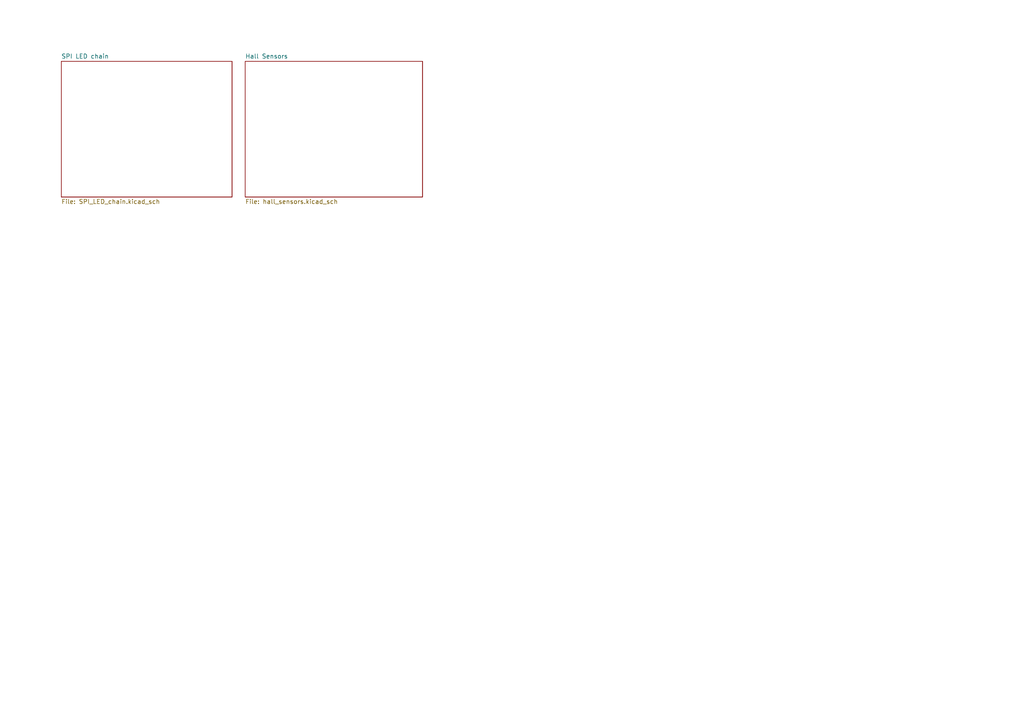
<source format=kicad_sch>
(kicad_sch
	(version 20250114)
	(generator "eeschema")
	(generator_version "9.0")
	(uuid "de43e009-b04c-42c1-b131-cdc664039a0d")
	(paper "A4")
	(lib_symbols)
	(sheet
		(at 71.12 17.78)
		(size 51.435 39.37)
		(exclude_from_sim no)
		(in_bom yes)
		(on_board yes)
		(dnp no)
		(fields_autoplaced yes)
		(stroke
			(width 0.1524)
			(type solid)
		)
		(fill
			(color 0 0 0 0.0000)
		)
		(uuid "333a86ff-2f60-4263-8580-754eb0fa7cf4")
		(property "Sheetname" "Hall Sensors"
			(at 71.12 17.0684 0)
			(effects
				(font
					(size 1.27 1.27)
				)
				(justify left bottom)
			)
		)
		(property "Sheetfile" "hall_sensors.kicad_sch"
			(at 71.12 57.7346 0)
			(effects
				(font
					(size 1.27 1.27)
				)
				(justify left top)
			)
		)
		(instances
			(project "pcb_schematics"
				(path "/de43e009-b04c-42c1-b131-cdc664039a0d"
					(page "3")
				)
			)
		)
	)
	(sheet
		(at 17.78 17.78)
		(size 49.53 39.37)
		(exclude_from_sim no)
		(in_bom yes)
		(on_board yes)
		(dnp no)
		(fields_autoplaced yes)
		(stroke
			(width 0.1524)
			(type solid)
		)
		(fill
			(color 0 0 0 0.0000)
		)
		(uuid "8c7f0436-3a68-4f5f-872d-97f6a622412c")
		(property "Sheetname" "SPI LED chain"
			(at 17.78 17.0684 0)
			(effects
				(font
					(size 1.27 1.27)
				)
				(justify left bottom)
			)
		)
		(property "Sheetfile" "SPI_LED_chain.kicad_sch"
			(at 17.78 57.7346 0)
			(effects
				(font
					(size 1.27 1.27)
				)
				(justify left top)
			)
		)
		(instances
			(project "pcb_schematics"
				(path "/de43e009-b04c-42c1-b131-cdc664039a0d"
					(page "2")
				)
			)
		)
	)
	(sheet_instances
		(path "/"
			(page "1")
		)
	)
	(embedded_fonts no)
)

</source>
